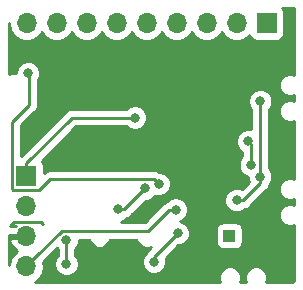
<source format=gbr>
G04 #@! TF.GenerationSoftware,KiCad,Pcbnew,5.0.1*
G04 #@! TF.CreationDate,2019-03-05T21:59:43-06:00*
G04 #@! TF.ProjectId,CH552Devboard,4348353532446576626F6172642E6B69,rev?*
G04 #@! TF.SameCoordinates,Original*
G04 #@! TF.FileFunction,Copper,L2,Bot,Signal*
G04 #@! TF.FilePolarity,Positive*
%FSLAX46Y46*%
G04 Gerber Fmt 4.6, Leading zero omitted, Abs format (unit mm)*
G04 Created by KiCad (PCBNEW 5.0.1) date Tue 05 Mar 2019 09:59:43 PM CST*
%MOMM*%
%LPD*%
G01*
G04 APERTURE LIST*
G04 #@! TA.AperFunction,ComponentPad*
%ADD10R,1.000000X1.000000*%
G04 #@! TD*
G04 #@! TA.AperFunction,ComponentPad*
%ADD11R,1.700000X1.700000*%
G04 #@! TD*
G04 #@! TA.AperFunction,ComponentPad*
%ADD12O,1.700000X1.700000*%
G04 #@! TD*
G04 #@! TA.AperFunction,ViaPad*
%ADD13C,0.800000*%
G04 #@! TD*
G04 #@! TA.AperFunction,Conductor*
%ADD14C,0.250000*%
G04 #@! TD*
G04 #@! TA.AperFunction,Conductor*
%ADD15C,0.254000*%
G04 #@! TD*
G04 APERTURE END LIST*
D10*
G04 #@! TO.P,J1,1*
G04 #@! TO.N,D+*
X175400000Y-118000000D03*
G04 #@! TD*
D11*
G04 #@! TO.P,J3,1*
G04 #@! TO.N,RST*
X158200000Y-112980000D03*
D12*
G04 #@! TO.P,J3,2*
G04 #@! TO.N,VSS*
X158200000Y-115520000D03*
G04 #@! TO.P,J3,3*
G04 #@! TO.N,+3V3*
X158200000Y-118060000D03*
G04 #@! TO.P,J3,4*
G04 #@! TO.N,VCC*
X158200000Y-120600000D03*
G04 #@! TD*
D11*
G04 #@! TO.P,J4,1*
G04 #@! TO.N,P3.2*
X178540000Y-100000000D03*
D12*
G04 #@! TO.P,J4,2*
G04 #@! TO.N,P1.4*
X176000000Y-100000000D03*
G04 #@! TO.P,J4,3*
G04 #@! TO.N,P1.5*
X173460000Y-100000000D03*
G04 #@! TO.P,J4,4*
G04 #@! TO.N,P1.6*
X170920000Y-100000000D03*
G04 #@! TO.P,J4,5*
G04 #@! TO.N,P1.7*
X168380000Y-100000000D03*
G04 #@! TO.P,J4,6*
G04 #@! TO.N,P1.0*
X165840000Y-100000000D03*
G04 #@! TO.P,J4,7*
G04 #@! TO.N,P1.1*
X163300000Y-100000000D03*
G04 #@! TO.P,J4,8*
G04 #@! TO.N,P3.1*
X160760000Y-100000000D03*
G04 #@! TO.P,J4,9*
G04 #@! TO.N,P3.0*
X158220000Y-100000000D03*
G04 #@! TD*
D13*
G04 #@! TO.N,+3V3*
X177800000Y-119800000D03*
X160800000Y-112000000D03*
X172400000Y-113200000D03*
X172800000Y-111725000D03*
X173000000Y-107400000D03*
G04 #@! TO.N,VCC*
X170875000Y-115800000D03*
G04 #@! TO.N,VSS*
X178000000Y-106600000D03*
X178000000Y-113000000D03*
X176000000Y-115000000D03*
X171000000Y-117800000D03*
X169000000Y-120200000D03*
X161600000Y-118400000D03*
X161600000Y-120400000D03*
G04 #@! TO.N,D-*
X168275000Y-114000000D03*
X165987347Y-115787347D03*
G04 #@! TO.N,RST*
X167400000Y-108000000D03*
G04 #@! TO.N,Net-(R1-Pad1)*
X177200000Y-112000000D03*
X177000000Y-110000000D03*
G04 #@! TO.N,B3*
X169413811Y-113620186D03*
X158350000Y-104250000D03*
G04 #@! TD*
D14*
G04 #@! TO.N,*
X159484999Y-116884999D02*
X157115001Y-116884999D01*
X159600000Y-117000000D02*
X159484999Y-116884999D01*
X157115001Y-116884999D02*
X156800000Y-117200000D01*
X156800000Y-117200000D02*
X157320998Y-117200000D01*
G04 #@! TO.N,+3V3*
X172800000Y-107600000D02*
X173000000Y-107400000D01*
X172800000Y-111725000D02*
X172800000Y-107600000D01*
G04 #@! TO.N,VCC*
X170875000Y-115800000D02*
X170309315Y-115800000D01*
X170309315Y-115800000D02*
X168534316Y-117574999D01*
X168534316Y-117574999D02*
X161225001Y-117574999D01*
X161225001Y-117574999D02*
X159049999Y-119750001D01*
X159049999Y-119750001D02*
X158200000Y-120600000D01*
G04 #@! TO.N,VSS*
X178000000Y-113565685D02*
X178000000Y-113000000D01*
X176565685Y-115000000D02*
X178000000Y-113565685D01*
X176000000Y-115000000D02*
X176565685Y-115000000D01*
X178000000Y-106600000D02*
X178000000Y-113000000D01*
X169000000Y-119800000D02*
X169000000Y-120200000D01*
X171000000Y-117800000D02*
X169000000Y-119800000D01*
X161600000Y-118400000D02*
X161600000Y-120400000D01*
G04 #@! TO.N,D-*
X168275000Y-114000000D02*
X166487653Y-115787347D01*
X166487653Y-115787347D02*
X165987347Y-115787347D01*
G04 #@! TO.N,RST*
X158200000Y-111880000D02*
X158200000Y-112980000D01*
X162080000Y-108000000D02*
X158200000Y-111880000D01*
X167400000Y-108000000D02*
X162080000Y-108000000D01*
G04 #@! TO.N,Net-(R1-Pad1)*
X177200000Y-112000000D02*
X177200000Y-110200000D01*
X177200000Y-110200000D02*
X177000000Y-110000000D01*
G04 #@! TO.N,B3*
X157024999Y-108350003D02*
X158400000Y-106975002D01*
X169013812Y-113220187D02*
X160244815Y-113220187D01*
X169413811Y-113620186D02*
X169013812Y-113220187D01*
X160244815Y-113220187D02*
X159310001Y-114155001D01*
X159310001Y-114155001D02*
X157089999Y-114155001D01*
X157089999Y-114155001D02*
X157024999Y-114090001D01*
X157024999Y-114090001D02*
X157024999Y-108350003D01*
X158400000Y-106975002D02*
X158400000Y-104300000D01*
X158400000Y-104300000D02*
X158350000Y-104250000D01*
G04 #@! TD*
D15*
G04 #@! TO.N,+3V3*
G36*
X180829118Y-98729702D02*
X180853804Y-98746196D01*
X180870298Y-98770881D01*
X180890001Y-98869935D01*
X180890001Y-104399507D01*
X180685983Y-104315000D01*
X180314017Y-104315000D01*
X179970365Y-104457345D01*
X179707345Y-104720365D01*
X179565000Y-105064017D01*
X179565000Y-105435983D01*
X179707345Y-105779635D01*
X179970365Y-106042655D01*
X180314017Y-106185000D01*
X180685983Y-106185000D01*
X180890001Y-106100493D01*
X180890001Y-106599507D01*
X180685983Y-106515000D01*
X180314017Y-106515000D01*
X179970365Y-106657345D01*
X179707345Y-106920365D01*
X179565000Y-107264017D01*
X179565000Y-107635983D01*
X179707345Y-107979635D01*
X179970365Y-108242655D01*
X180314017Y-108385000D01*
X180685983Y-108385000D01*
X180890001Y-108300493D01*
X180890000Y-113199507D01*
X180685983Y-113115000D01*
X180314017Y-113115000D01*
X179970365Y-113257345D01*
X179707345Y-113520365D01*
X179565000Y-113864017D01*
X179565000Y-114235983D01*
X179707345Y-114579635D01*
X179970365Y-114842655D01*
X180314017Y-114985000D01*
X180685983Y-114985000D01*
X180890000Y-114900493D01*
X180890000Y-115399507D01*
X180685983Y-115315000D01*
X180314017Y-115315000D01*
X179970365Y-115457345D01*
X179707345Y-115720365D01*
X179565000Y-116064017D01*
X179565000Y-116435983D01*
X179707345Y-116779635D01*
X179970365Y-117042655D01*
X180314017Y-117185000D01*
X180685983Y-117185000D01*
X180890000Y-117100493D01*
X180890000Y-121730070D01*
X180870298Y-121829119D01*
X180853804Y-121853804D01*
X180829118Y-121870298D01*
X180730070Y-121890000D01*
X178500494Y-121890000D01*
X178585000Y-121685983D01*
X178585000Y-121314017D01*
X178442655Y-120970365D01*
X178179635Y-120707345D01*
X177835983Y-120565000D01*
X177464017Y-120565000D01*
X177120365Y-120707345D01*
X176857345Y-120970365D01*
X176715000Y-121314017D01*
X176715000Y-121685983D01*
X176799506Y-121890000D01*
X176300494Y-121890000D01*
X176385000Y-121685983D01*
X176385000Y-121314017D01*
X176242655Y-120970365D01*
X175979635Y-120707345D01*
X175635983Y-120565000D01*
X175264017Y-120565000D01*
X174920365Y-120707345D01*
X174657345Y-120970365D01*
X174515000Y-121314017D01*
X174515000Y-121685983D01*
X174599506Y-121890000D01*
X158942307Y-121890000D01*
X159270625Y-121670625D01*
X159598839Y-121179418D01*
X159714092Y-120600000D01*
X159641209Y-120233592D01*
X160805546Y-119069257D01*
X160840000Y-119103711D01*
X160840001Y-119696288D01*
X160722569Y-119813720D01*
X160565000Y-120194126D01*
X160565000Y-120605874D01*
X160722569Y-120986280D01*
X161013720Y-121277431D01*
X161394126Y-121435000D01*
X161805874Y-121435000D01*
X162186280Y-121277431D01*
X162477431Y-120986280D01*
X162635000Y-120605874D01*
X162635000Y-120194126D01*
X162477431Y-119813720D01*
X162360000Y-119696289D01*
X162360000Y-119103711D01*
X162477431Y-118986280D01*
X162635000Y-118605874D01*
X162635000Y-118334999D01*
X163518712Y-118334999D01*
X163649733Y-118651312D01*
X163898688Y-118900267D01*
X164223963Y-119035000D01*
X164576037Y-119035000D01*
X164901312Y-118900267D01*
X165150267Y-118651312D01*
X165281288Y-118334999D01*
X167518712Y-118334999D01*
X167649733Y-118651312D01*
X167898688Y-118900267D01*
X168223963Y-119035000D01*
X168576037Y-119035000D01*
X168770923Y-118954276D01*
X168515530Y-119209669D01*
X168452071Y-119252071D01*
X168387338Y-119348951D01*
X168122569Y-119613720D01*
X167965000Y-119994126D01*
X167965000Y-120405874D01*
X168122569Y-120786280D01*
X168413720Y-121077431D01*
X168794126Y-121235000D01*
X169205874Y-121235000D01*
X169586280Y-121077431D01*
X169877431Y-120786280D01*
X170035000Y-120405874D01*
X170035000Y-119994126D01*
X169989799Y-119885002D01*
X171039802Y-118835000D01*
X171205874Y-118835000D01*
X171586280Y-118677431D01*
X171877431Y-118386280D01*
X172035000Y-118005874D01*
X172035000Y-117594126D01*
X171996012Y-117500000D01*
X174252560Y-117500000D01*
X174252560Y-118500000D01*
X174301843Y-118747765D01*
X174442191Y-118957809D01*
X174652235Y-119098157D01*
X174900000Y-119147440D01*
X175900000Y-119147440D01*
X176147765Y-119098157D01*
X176357809Y-118957809D01*
X176498157Y-118747765D01*
X176547440Y-118500000D01*
X176547440Y-117500000D01*
X176498157Y-117252235D01*
X176357809Y-117042191D01*
X176147765Y-116901843D01*
X175900000Y-116852560D01*
X174900000Y-116852560D01*
X174652235Y-116901843D01*
X174442191Y-117042191D01*
X174301843Y-117252235D01*
X174252560Y-117500000D01*
X171996012Y-117500000D01*
X171877431Y-117213720D01*
X171586280Y-116922569D01*
X171227872Y-116774112D01*
X171461280Y-116677431D01*
X171752431Y-116386280D01*
X171910000Y-116005874D01*
X171910000Y-115594126D01*
X171752431Y-115213720D01*
X171461280Y-114922569D01*
X171151191Y-114794126D01*
X174965000Y-114794126D01*
X174965000Y-115205874D01*
X175122569Y-115586280D01*
X175413720Y-115877431D01*
X175794126Y-116035000D01*
X176205874Y-116035000D01*
X176586280Y-115877431D01*
X176719397Y-115744314D01*
X176862222Y-115715904D01*
X177113614Y-115547929D01*
X177156016Y-115484470D01*
X178484473Y-114156014D01*
X178547929Y-114113614D01*
X178647230Y-113965000D01*
X178715904Y-113862223D01*
X178729581Y-113793464D01*
X178744314Y-113719397D01*
X178877431Y-113586280D01*
X179035000Y-113205874D01*
X179035000Y-112794126D01*
X178877431Y-112413720D01*
X178760000Y-112296289D01*
X178760000Y-107303711D01*
X178877431Y-107186280D01*
X179035000Y-106805874D01*
X179035000Y-106394126D01*
X178877431Y-106013720D01*
X178586280Y-105722569D01*
X178205874Y-105565000D01*
X177794126Y-105565000D01*
X177413720Y-105722569D01*
X177122569Y-106013720D01*
X176965000Y-106394126D01*
X176965000Y-106805874D01*
X177122569Y-107186280D01*
X177240000Y-107303711D01*
X177240000Y-108979136D01*
X177205874Y-108965000D01*
X176794126Y-108965000D01*
X176413720Y-109122569D01*
X176122569Y-109413720D01*
X175965000Y-109794126D01*
X175965000Y-110205874D01*
X176122569Y-110586280D01*
X176413720Y-110877431D01*
X176440001Y-110888317D01*
X176440000Y-111296289D01*
X176322569Y-111413720D01*
X176165000Y-111794126D01*
X176165000Y-112205874D01*
X176322569Y-112586280D01*
X176613720Y-112877431D01*
X176965000Y-113022936D01*
X176965000Y-113205874D01*
X177058728Y-113432155D01*
X176432155Y-114058729D01*
X176205874Y-113965000D01*
X175794126Y-113965000D01*
X175413720Y-114122569D01*
X175122569Y-114413720D01*
X174965000Y-114794126D01*
X171151191Y-114794126D01*
X171080874Y-114765000D01*
X170669126Y-114765000D01*
X170288720Y-114922569D01*
X170155603Y-115055686D01*
X170076389Y-115071443D01*
X170012777Y-115084096D01*
X169837719Y-115201067D01*
X169761386Y-115252071D01*
X169718986Y-115315527D01*
X168219515Y-116814999D01*
X166210961Y-116814999D01*
X166573627Y-116664778D01*
X166722978Y-116515427D01*
X166784190Y-116503251D01*
X167035582Y-116335276D01*
X167077984Y-116271817D01*
X168314802Y-115035000D01*
X168480874Y-115035000D01*
X168861280Y-114877431D01*
X169119964Y-114618747D01*
X169207937Y-114655186D01*
X169619685Y-114655186D01*
X170000091Y-114497617D01*
X170291242Y-114206466D01*
X170448811Y-113826060D01*
X170448811Y-113414312D01*
X170291242Y-113033906D01*
X170000091Y-112742755D01*
X169619685Y-112585186D01*
X169431429Y-112585186D01*
X169310349Y-112504283D01*
X169088664Y-112460187D01*
X169088659Y-112460187D01*
X169013812Y-112445299D01*
X168938965Y-112460187D01*
X160319663Y-112460187D01*
X160244815Y-112445299D01*
X160169967Y-112460187D01*
X160169963Y-112460187D01*
X159948278Y-112504283D01*
X159697440Y-112671888D01*
X159697440Y-112130000D01*
X159648157Y-111882235D01*
X159507809Y-111672191D01*
X159492703Y-111662098D01*
X162394802Y-108760000D01*
X166696289Y-108760000D01*
X166813720Y-108877431D01*
X167194126Y-109035000D01*
X167605874Y-109035000D01*
X167986280Y-108877431D01*
X168277431Y-108586280D01*
X168435000Y-108205874D01*
X168435000Y-107794126D01*
X168277431Y-107413720D01*
X167986280Y-107122569D01*
X167605874Y-106965000D01*
X167194126Y-106965000D01*
X166813720Y-107122569D01*
X166696289Y-107240000D01*
X162154848Y-107240000D01*
X162080000Y-107225112D01*
X162005152Y-107240000D01*
X162005148Y-107240000D01*
X161783463Y-107284096D01*
X161532071Y-107452071D01*
X161489671Y-107515527D01*
X157784999Y-111220200D01*
X157784999Y-108664804D01*
X158884473Y-107565331D01*
X158947929Y-107522931D01*
X159115904Y-107271539D01*
X159160000Y-107049854D01*
X159160000Y-107049850D01*
X159174888Y-106975003D01*
X159160000Y-106900156D01*
X159160000Y-104903711D01*
X159227431Y-104836280D01*
X159385000Y-104455874D01*
X159385000Y-104044126D01*
X159227431Y-103663720D01*
X158936280Y-103372569D01*
X158555874Y-103215000D01*
X158144126Y-103215000D01*
X157763720Y-103372569D01*
X157472569Y-103663720D01*
X157315000Y-104044126D01*
X157315000Y-104227019D01*
X157285983Y-104215000D01*
X156914017Y-104215000D01*
X156710000Y-104299506D01*
X156710000Y-100020572D01*
X156821161Y-100579418D01*
X157149375Y-101070625D01*
X157640582Y-101398839D01*
X158073744Y-101485000D01*
X158366256Y-101485000D01*
X158799418Y-101398839D01*
X159290625Y-101070625D01*
X159490000Y-100772239D01*
X159689375Y-101070625D01*
X160180582Y-101398839D01*
X160613744Y-101485000D01*
X160906256Y-101485000D01*
X161339418Y-101398839D01*
X161830625Y-101070625D01*
X162030000Y-100772239D01*
X162229375Y-101070625D01*
X162720582Y-101398839D01*
X163153744Y-101485000D01*
X163446256Y-101485000D01*
X163879418Y-101398839D01*
X164370625Y-101070625D01*
X164570000Y-100772239D01*
X164769375Y-101070625D01*
X165260582Y-101398839D01*
X165693744Y-101485000D01*
X165986256Y-101485000D01*
X166419418Y-101398839D01*
X166910625Y-101070625D01*
X167110000Y-100772239D01*
X167309375Y-101070625D01*
X167800582Y-101398839D01*
X168233744Y-101485000D01*
X168526256Y-101485000D01*
X168959418Y-101398839D01*
X169450625Y-101070625D01*
X169650000Y-100772239D01*
X169849375Y-101070625D01*
X170340582Y-101398839D01*
X170773744Y-101485000D01*
X171066256Y-101485000D01*
X171499418Y-101398839D01*
X171990625Y-101070625D01*
X172190000Y-100772239D01*
X172389375Y-101070625D01*
X172880582Y-101398839D01*
X173313744Y-101485000D01*
X173606256Y-101485000D01*
X174039418Y-101398839D01*
X174530625Y-101070625D01*
X174730000Y-100772239D01*
X174929375Y-101070625D01*
X175420582Y-101398839D01*
X175853744Y-101485000D01*
X176146256Y-101485000D01*
X176579418Y-101398839D01*
X177070625Y-101070625D01*
X177082816Y-101052381D01*
X177091843Y-101097765D01*
X177232191Y-101307809D01*
X177442235Y-101448157D01*
X177690000Y-101497440D01*
X179390000Y-101497440D01*
X179637765Y-101448157D01*
X179847809Y-101307809D01*
X179988157Y-101097765D01*
X180037440Y-100850000D01*
X180037440Y-99150000D01*
X179988157Y-98902235D01*
X179859709Y-98710000D01*
X180730070Y-98710000D01*
X180829118Y-98729702D01*
X180829118Y-98729702D01*
G37*
X180829118Y-98729702D02*
X180853804Y-98746196D01*
X180870298Y-98770881D01*
X180890001Y-98869935D01*
X180890001Y-104399507D01*
X180685983Y-104315000D01*
X180314017Y-104315000D01*
X179970365Y-104457345D01*
X179707345Y-104720365D01*
X179565000Y-105064017D01*
X179565000Y-105435983D01*
X179707345Y-105779635D01*
X179970365Y-106042655D01*
X180314017Y-106185000D01*
X180685983Y-106185000D01*
X180890001Y-106100493D01*
X180890001Y-106599507D01*
X180685983Y-106515000D01*
X180314017Y-106515000D01*
X179970365Y-106657345D01*
X179707345Y-106920365D01*
X179565000Y-107264017D01*
X179565000Y-107635983D01*
X179707345Y-107979635D01*
X179970365Y-108242655D01*
X180314017Y-108385000D01*
X180685983Y-108385000D01*
X180890001Y-108300493D01*
X180890000Y-113199507D01*
X180685983Y-113115000D01*
X180314017Y-113115000D01*
X179970365Y-113257345D01*
X179707345Y-113520365D01*
X179565000Y-113864017D01*
X179565000Y-114235983D01*
X179707345Y-114579635D01*
X179970365Y-114842655D01*
X180314017Y-114985000D01*
X180685983Y-114985000D01*
X180890000Y-114900493D01*
X180890000Y-115399507D01*
X180685983Y-115315000D01*
X180314017Y-115315000D01*
X179970365Y-115457345D01*
X179707345Y-115720365D01*
X179565000Y-116064017D01*
X179565000Y-116435983D01*
X179707345Y-116779635D01*
X179970365Y-117042655D01*
X180314017Y-117185000D01*
X180685983Y-117185000D01*
X180890000Y-117100493D01*
X180890000Y-121730070D01*
X180870298Y-121829119D01*
X180853804Y-121853804D01*
X180829118Y-121870298D01*
X180730070Y-121890000D01*
X178500494Y-121890000D01*
X178585000Y-121685983D01*
X178585000Y-121314017D01*
X178442655Y-120970365D01*
X178179635Y-120707345D01*
X177835983Y-120565000D01*
X177464017Y-120565000D01*
X177120365Y-120707345D01*
X176857345Y-120970365D01*
X176715000Y-121314017D01*
X176715000Y-121685983D01*
X176799506Y-121890000D01*
X176300494Y-121890000D01*
X176385000Y-121685983D01*
X176385000Y-121314017D01*
X176242655Y-120970365D01*
X175979635Y-120707345D01*
X175635983Y-120565000D01*
X175264017Y-120565000D01*
X174920365Y-120707345D01*
X174657345Y-120970365D01*
X174515000Y-121314017D01*
X174515000Y-121685983D01*
X174599506Y-121890000D01*
X158942307Y-121890000D01*
X159270625Y-121670625D01*
X159598839Y-121179418D01*
X159714092Y-120600000D01*
X159641209Y-120233592D01*
X160805546Y-119069257D01*
X160840000Y-119103711D01*
X160840001Y-119696288D01*
X160722569Y-119813720D01*
X160565000Y-120194126D01*
X160565000Y-120605874D01*
X160722569Y-120986280D01*
X161013720Y-121277431D01*
X161394126Y-121435000D01*
X161805874Y-121435000D01*
X162186280Y-121277431D01*
X162477431Y-120986280D01*
X162635000Y-120605874D01*
X162635000Y-120194126D01*
X162477431Y-119813720D01*
X162360000Y-119696289D01*
X162360000Y-119103711D01*
X162477431Y-118986280D01*
X162635000Y-118605874D01*
X162635000Y-118334999D01*
X163518712Y-118334999D01*
X163649733Y-118651312D01*
X163898688Y-118900267D01*
X164223963Y-119035000D01*
X164576037Y-119035000D01*
X164901312Y-118900267D01*
X165150267Y-118651312D01*
X165281288Y-118334999D01*
X167518712Y-118334999D01*
X167649733Y-118651312D01*
X167898688Y-118900267D01*
X168223963Y-119035000D01*
X168576037Y-119035000D01*
X168770923Y-118954276D01*
X168515530Y-119209669D01*
X168452071Y-119252071D01*
X168387338Y-119348951D01*
X168122569Y-119613720D01*
X167965000Y-119994126D01*
X167965000Y-120405874D01*
X168122569Y-120786280D01*
X168413720Y-121077431D01*
X168794126Y-121235000D01*
X169205874Y-121235000D01*
X169586280Y-121077431D01*
X169877431Y-120786280D01*
X170035000Y-120405874D01*
X170035000Y-119994126D01*
X169989799Y-119885002D01*
X171039802Y-118835000D01*
X171205874Y-118835000D01*
X171586280Y-118677431D01*
X171877431Y-118386280D01*
X172035000Y-118005874D01*
X172035000Y-117594126D01*
X171996012Y-117500000D01*
X174252560Y-117500000D01*
X174252560Y-118500000D01*
X174301843Y-118747765D01*
X174442191Y-118957809D01*
X174652235Y-119098157D01*
X174900000Y-119147440D01*
X175900000Y-119147440D01*
X176147765Y-119098157D01*
X176357809Y-118957809D01*
X176498157Y-118747765D01*
X176547440Y-118500000D01*
X176547440Y-117500000D01*
X176498157Y-117252235D01*
X176357809Y-117042191D01*
X176147765Y-116901843D01*
X175900000Y-116852560D01*
X174900000Y-116852560D01*
X174652235Y-116901843D01*
X174442191Y-117042191D01*
X174301843Y-117252235D01*
X174252560Y-117500000D01*
X171996012Y-117500000D01*
X171877431Y-117213720D01*
X171586280Y-116922569D01*
X171227872Y-116774112D01*
X171461280Y-116677431D01*
X171752431Y-116386280D01*
X171910000Y-116005874D01*
X171910000Y-115594126D01*
X171752431Y-115213720D01*
X171461280Y-114922569D01*
X171151191Y-114794126D01*
X174965000Y-114794126D01*
X174965000Y-115205874D01*
X175122569Y-115586280D01*
X175413720Y-115877431D01*
X175794126Y-116035000D01*
X176205874Y-116035000D01*
X176586280Y-115877431D01*
X176719397Y-115744314D01*
X176862222Y-115715904D01*
X177113614Y-115547929D01*
X177156016Y-115484470D01*
X178484473Y-114156014D01*
X178547929Y-114113614D01*
X178647230Y-113965000D01*
X178715904Y-113862223D01*
X178729581Y-113793464D01*
X178744314Y-113719397D01*
X178877431Y-113586280D01*
X179035000Y-113205874D01*
X179035000Y-112794126D01*
X178877431Y-112413720D01*
X178760000Y-112296289D01*
X178760000Y-107303711D01*
X178877431Y-107186280D01*
X179035000Y-106805874D01*
X179035000Y-106394126D01*
X178877431Y-106013720D01*
X178586280Y-105722569D01*
X178205874Y-105565000D01*
X177794126Y-105565000D01*
X177413720Y-105722569D01*
X177122569Y-106013720D01*
X176965000Y-106394126D01*
X176965000Y-106805874D01*
X177122569Y-107186280D01*
X177240000Y-107303711D01*
X177240000Y-108979136D01*
X177205874Y-108965000D01*
X176794126Y-108965000D01*
X176413720Y-109122569D01*
X176122569Y-109413720D01*
X175965000Y-109794126D01*
X175965000Y-110205874D01*
X176122569Y-110586280D01*
X176413720Y-110877431D01*
X176440001Y-110888317D01*
X176440000Y-111296289D01*
X176322569Y-111413720D01*
X176165000Y-111794126D01*
X176165000Y-112205874D01*
X176322569Y-112586280D01*
X176613720Y-112877431D01*
X176965000Y-113022936D01*
X176965000Y-113205874D01*
X177058728Y-113432155D01*
X176432155Y-114058729D01*
X176205874Y-113965000D01*
X175794126Y-113965000D01*
X175413720Y-114122569D01*
X175122569Y-114413720D01*
X174965000Y-114794126D01*
X171151191Y-114794126D01*
X171080874Y-114765000D01*
X170669126Y-114765000D01*
X170288720Y-114922569D01*
X170155603Y-115055686D01*
X170076389Y-115071443D01*
X170012777Y-115084096D01*
X169837719Y-115201067D01*
X169761386Y-115252071D01*
X169718986Y-115315527D01*
X168219515Y-116814999D01*
X166210961Y-116814999D01*
X166573627Y-116664778D01*
X166722978Y-116515427D01*
X166784190Y-116503251D01*
X167035582Y-116335276D01*
X167077984Y-116271817D01*
X168314802Y-115035000D01*
X168480874Y-115035000D01*
X168861280Y-114877431D01*
X169119964Y-114618747D01*
X169207937Y-114655186D01*
X169619685Y-114655186D01*
X170000091Y-114497617D01*
X170291242Y-114206466D01*
X170448811Y-113826060D01*
X170448811Y-113414312D01*
X170291242Y-113033906D01*
X170000091Y-112742755D01*
X169619685Y-112585186D01*
X169431429Y-112585186D01*
X169310349Y-112504283D01*
X169088664Y-112460187D01*
X169088659Y-112460187D01*
X169013812Y-112445299D01*
X168938965Y-112460187D01*
X160319663Y-112460187D01*
X160244815Y-112445299D01*
X160169967Y-112460187D01*
X160169963Y-112460187D01*
X159948278Y-112504283D01*
X159697440Y-112671888D01*
X159697440Y-112130000D01*
X159648157Y-111882235D01*
X159507809Y-111672191D01*
X159492703Y-111662098D01*
X162394802Y-108760000D01*
X166696289Y-108760000D01*
X166813720Y-108877431D01*
X167194126Y-109035000D01*
X167605874Y-109035000D01*
X167986280Y-108877431D01*
X168277431Y-108586280D01*
X168435000Y-108205874D01*
X168435000Y-107794126D01*
X168277431Y-107413720D01*
X167986280Y-107122569D01*
X167605874Y-106965000D01*
X167194126Y-106965000D01*
X166813720Y-107122569D01*
X166696289Y-107240000D01*
X162154848Y-107240000D01*
X162080000Y-107225112D01*
X162005152Y-107240000D01*
X162005148Y-107240000D01*
X161783463Y-107284096D01*
X161532071Y-107452071D01*
X161489671Y-107515527D01*
X157784999Y-111220200D01*
X157784999Y-108664804D01*
X158884473Y-107565331D01*
X158947929Y-107522931D01*
X159115904Y-107271539D01*
X159160000Y-107049854D01*
X159160000Y-107049850D01*
X159174888Y-106975003D01*
X159160000Y-106900156D01*
X159160000Y-104903711D01*
X159227431Y-104836280D01*
X159385000Y-104455874D01*
X159385000Y-104044126D01*
X159227431Y-103663720D01*
X158936280Y-103372569D01*
X158555874Y-103215000D01*
X158144126Y-103215000D01*
X157763720Y-103372569D01*
X157472569Y-103663720D01*
X157315000Y-104044126D01*
X157315000Y-104227019D01*
X157285983Y-104215000D01*
X156914017Y-104215000D01*
X156710000Y-104299506D01*
X156710000Y-100020572D01*
X156821161Y-100579418D01*
X157149375Y-101070625D01*
X157640582Y-101398839D01*
X158073744Y-101485000D01*
X158366256Y-101485000D01*
X158799418Y-101398839D01*
X159290625Y-101070625D01*
X159490000Y-100772239D01*
X159689375Y-101070625D01*
X160180582Y-101398839D01*
X160613744Y-101485000D01*
X160906256Y-101485000D01*
X161339418Y-101398839D01*
X161830625Y-101070625D01*
X162030000Y-100772239D01*
X162229375Y-101070625D01*
X162720582Y-101398839D01*
X163153744Y-101485000D01*
X163446256Y-101485000D01*
X163879418Y-101398839D01*
X164370625Y-101070625D01*
X164570000Y-100772239D01*
X164769375Y-101070625D01*
X165260582Y-101398839D01*
X165693744Y-101485000D01*
X165986256Y-101485000D01*
X166419418Y-101398839D01*
X166910625Y-101070625D01*
X167110000Y-100772239D01*
X167309375Y-101070625D01*
X167800582Y-101398839D01*
X168233744Y-101485000D01*
X168526256Y-101485000D01*
X168959418Y-101398839D01*
X169450625Y-101070625D01*
X169650000Y-100772239D01*
X169849375Y-101070625D01*
X170340582Y-101398839D01*
X170773744Y-101485000D01*
X171066256Y-101485000D01*
X171499418Y-101398839D01*
X171990625Y-101070625D01*
X172190000Y-100772239D01*
X172389375Y-101070625D01*
X172880582Y-101398839D01*
X173313744Y-101485000D01*
X173606256Y-101485000D01*
X174039418Y-101398839D01*
X174530625Y-101070625D01*
X174730000Y-100772239D01*
X174929375Y-101070625D01*
X175420582Y-101398839D01*
X175853744Y-101485000D01*
X176146256Y-101485000D01*
X176579418Y-101398839D01*
X177070625Y-101070625D01*
X177082816Y-101052381D01*
X177091843Y-101097765D01*
X177232191Y-101307809D01*
X177442235Y-101448157D01*
X177690000Y-101497440D01*
X179390000Y-101497440D01*
X179637765Y-101448157D01*
X179847809Y-101307809D01*
X179988157Y-101097765D01*
X180037440Y-100850000D01*
X180037440Y-99150000D01*
X179988157Y-98902235D01*
X179859709Y-98710000D01*
X180730070Y-98710000D01*
X180829118Y-98729702D01*
G36*
X158327000Y-117933000D02*
X158347000Y-117933000D01*
X158347000Y-118187000D01*
X158327000Y-118187000D01*
X158327000Y-118207000D01*
X158073000Y-118207000D01*
X158073000Y-118187000D01*
X156879845Y-118187000D01*
X156758524Y-118416890D01*
X156928355Y-118826924D01*
X157318642Y-119255183D01*
X157448478Y-119316157D01*
X157129375Y-119529375D01*
X156801161Y-120020582D01*
X156710000Y-120478881D01*
X156710000Y-117956987D01*
X156725148Y-117960000D01*
X156725153Y-117960000D01*
X156800000Y-117974888D01*
X156874847Y-117960000D01*
X157395850Y-117960000D01*
X157531588Y-117933000D01*
X158073000Y-117933000D01*
X158073000Y-117913000D01*
X158327000Y-117913000D01*
X158327000Y-117933000D01*
X158327000Y-117933000D01*
G37*
X158327000Y-117933000D02*
X158347000Y-117933000D01*
X158347000Y-118187000D01*
X158327000Y-118187000D01*
X158327000Y-118207000D01*
X158073000Y-118207000D01*
X158073000Y-118187000D01*
X156879845Y-118187000D01*
X156758524Y-118416890D01*
X156928355Y-118826924D01*
X157318642Y-119255183D01*
X157448478Y-119316157D01*
X157129375Y-119529375D01*
X156801161Y-120020582D01*
X156710000Y-120478881D01*
X156710000Y-117956987D01*
X156725148Y-117960000D01*
X156725153Y-117960000D01*
X156800000Y-117974888D01*
X156874847Y-117960000D01*
X157395850Y-117960000D01*
X157531588Y-117933000D01*
X158073000Y-117933000D01*
X158073000Y-117913000D01*
X158327000Y-117913000D01*
X158327000Y-117933000D01*
G04 #@! TD*
M02*

</source>
